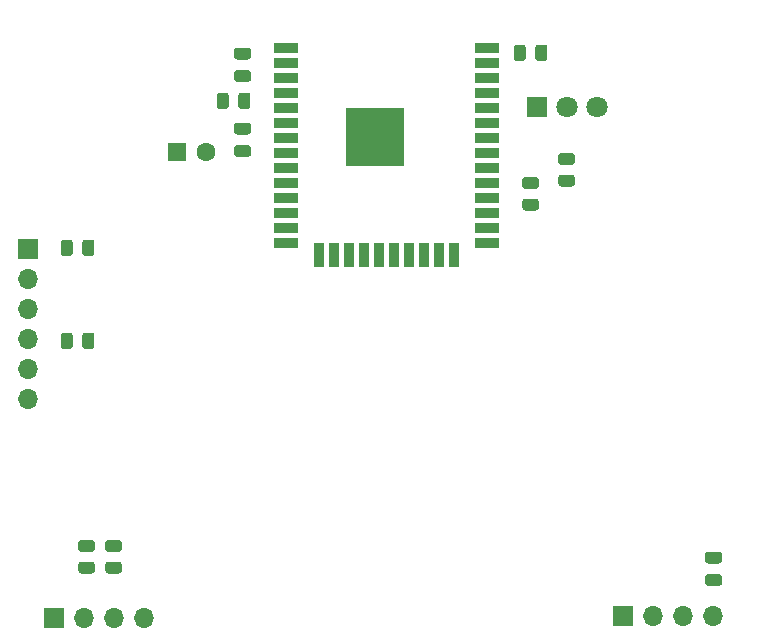
<source format=gbr>
%TF.GenerationSoftware,KiCad,Pcbnew,5.1.9+dfsg1-1*%
%TF.CreationDate,2021-05-25T15:42:46+02:00*%
%TF.ProjectId,vscp-din-wireless-esp32,76736370-2d64-4696-9e2d-776972656c65,rev?*%
%TF.SameCoordinates,Original*%
%TF.FileFunction,Soldermask,Top*%
%TF.FilePolarity,Negative*%
%FSLAX46Y46*%
G04 Gerber Fmt 4.6, Leading zero omitted, Abs format (unit mm)*
G04 Created by KiCad (PCBNEW 5.1.9+dfsg1-1) date 2021-05-25 15:42:46*
%MOMM*%
%LPD*%
G01*
G04 APERTURE LIST*
%ADD10C,1.800000*%
%ADD11R,1.800000X1.800000*%
%ADD12R,2.000000X0.900000*%
%ADD13R,0.900000X2.000000*%
%ADD14R,5.000000X5.000000*%
%ADD15C,1.600000*%
%ADD16R,1.600000X1.600000*%
%ADD17O,1.700000X1.700000*%
%ADD18R,1.700000X1.700000*%
G04 APERTURE END LIST*
%TO.C,R2*%
G36*
G01*
X164026001Y-59290000D02*
X163125999Y-59290000D01*
G75*
G02*
X162876000Y-59040001I0J249999D01*
G01*
X162876000Y-58514999D01*
G75*
G02*
X163125999Y-58265000I249999J0D01*
G01*
X164026001Y-58265000D01*
G75*
G02*
X164276000Y-58514999I0J-249999D01*
G01*
X164276000Y-59040001D01*
G75*
G02*
X164026001Y-59290000I-249999J0D01*
G01*
G37*
G36*
G01*
X164026001Y-61115000D02*
X163125999Y-61115000D01*
G75*
G02*
X162876000Y-60865001I0J249999D01*
G01*
X162876000Y-60339999D01*
G75*
G02*
X163125999Y-60090000I249999J0D01*
G01*
X164026001Y-60090000D01*
G75*
G02*
X164276000Y-60339999I0J-249999D01*
G01*
X164276000Y-60865001D01*
G75*
G02*
X164026001Y-61115000I-249999J0D01*
G01*
G37*
%TD*%
D10*
%TO.C,D1*%
X166116000Y-54356000D03*
X163576000Y-54356000D03*
D11*
X161036000Y-54356000D03*
%TD*%
D12*
%TO.C,U1*%
X156820000Y-49396000D03*
X156820000Y-50666000D03*
X156820000Y-51936000D03*
X156820000Y-53206000D03*
X156820000Y-54476000D03*
X156820000Y-55746000D03*
X156820000Y-57016000D03*
X156820000Y-58286000D03*
X156820000Y-59556000D03*
X156820000Y-60826000D03*
X156820000Y-62096000D03*
X156820000Y-63366000D03*
X156820000Y-64636000D03*
X156820000Y-65906000D03*
D13*
X154035000Y-66906000D03*
X152765000Y-66906000D03*
X151495000Y-66906000D03*
X150225000Y-66906000D03*
X148955000Y-66906000D03*
X147685000Y-66906000D03*
X146415000Y-66906000D03*
X145145000Y-66906000D03*
X143875000Y-66906000D03*
X142605000Y-66906000D03*
D12*
X139820000Y-65906000D03*
X139820000Y-64636000D03*
X139820000Y-63366000D03*
X139820000Y-62096000D03*
X139820000Y-60826000D03*
X139820000Y-59556000D03*
X139820000Y-58286000D03*
X139820000Y-57016000D03*
X139820000Y-55746000D03*
X139820000Y-54476000D03*
X139820000Y-53206000D03*
X139820000Y-51936000D03*
X139820000Y-50666000D03*
X139820000Y-49396000D03*
D14*
X147320000Y-56896000D03*
%TD*%
%TO.C,R6*%
G36*
G01*
X160928000Y-50234001D02*
X160928000Y-49333999D01*
G75*
G02*
X161177999Y-49084000I249999J0D01*
G01*
X161703001Y-49084000D01*
G75*
G02*
X161953000Y-49333999I0J-249999D01*
G01*
X161953000Y-50234001D01*
G75*
G02*
X161703001Y-50484000I-249999J0D01*
G01*
X161177999Y-50484000D01*
G75*
G02*
X160928000Y-50234001I0J249999D01*
G01*
G37*
G36*
G01*
X159103000Y-50234001D02*
X159103000Y-49333999D01*
G75*
G02*
X159352999Y-49084000I249999J0D01*
G01*
X159878001Y-49084000D01*
G75*
G02*
X160128000Y-49333999I0J-249999D01*
G01*
X160128000Y-50234001D01*
G75*
G02*
X159878001Y-50484000I-249999J0D01*
G01*
X159352999Y-50484000D01*
G75*
G02*
X159103000Y-50234001I0J249999D01*
G01*
G37*
%TD*%
%TO.C,R8*%
G36*
G01*
X125672001Y-92056000D02*
X124771999Y-92056000D01*
G75*
G02*
X124522000Y-91806001I0J249999D01*
G01*
X124522000Y-91280999D01*
G75*
G02*
X124771999Y-91031000I249999J0D01*
G01*
X125672001Y-91031000D01*
G75*
G02*
X125922000Y-91280999I0J-249999D01*
G01*
X125922000Y-91806001D01*
G75*
G02*
X125672001Y-92056000I-249999J0D01*
G01*
G37*
G36*
G01*
X125672001Y-93881000D02*
X124771999Y-93881000D01*
G75*
G02*
X124522000Y-93631001I0J249999D01*
G01*
X124522000Y-93105999D01*
G75*
G02*
X124771999Y-92856000I249999J0D01*
G01*
X125672001Y-92856000D01*
G75*
G02*
X125922000Y-93105999I0J-249999D01*
G01*
X125922000Y-93631001D01*
G75*
G02*
X125672001Y-93881000I-249999J0D01*
G01*
G37*
%TD*%
%TO.C,R7*%
G36*
G01*
X123386001Y-92056000D02*
X122485999Y-92056000D01*
G75*
G02*
X122236000Y-91806001I0J249999D01*
G01*
X122236000Y-91280999D01*
G75*
G02*
X122485999Y-91031000I249999J0D01*
G01*
X123386001Y-91031000D01*
G75*
G02*
X123636000Y-91280999I0J-249999D01*
G01*
X123636000Y-91806001D01*
G75*
G02*
X123386001Y-92056000I-249999J0D01*
G01*
G37*
G36*
G01*
X123386001Y-93881000D02*
X122485999Y-93881000D01*
G75*
G02*
X122236000Y-93631001I0J249999D01*
G01*
X122236000Y-93105999D01*
G75*
G02*
X122485999Y-92856000I249999J0D01*
G01*
X123386001Y-92856000D01*
G75*
G02*
X123636000Y-93105999I0J-249999D01*
G01*
X123636000Y-93631001D01*
G75*
G02*
X123386001Y-93881000I-249999J0D01*
G01*
G37*
%TD*%
%TO.C,R4*%
G36*
G01*
X135782000Y-54298001D02*
X135782000Y-53397999D01*
G75*
G02*
X136031999Y-53148000I249999J0D01*
G01*
X136557001Y-53148000D01*
G75*
G02*
X136807000Y-53397999I0J-249999D01*
G01*
X136807000Y-54298001D01*
G75*
G02*
X136557001Y-54548000I-249999J0D01*
G01*
X136031999Y-54548000D01*
G75*
G02*
X135782000Y-54298001I0J249999D01*
G01*
G37*
G36*
G01*
X133957000Y-54298001D02*
X133957000Y-53397999D01*
G75*
G02*
X134206999Y-53148000I249999J0D01*
G01*
X134732001Y-53148000D01*
G75*
G02*
X134982000Y-53397999I0J-249999D01*
G01*
X134982000Y-54298001D01*
G75*
G02*
X134732001Y-54548000I-249999J0D01*
G01*
X134206999Y-54548000D01*
G75*
G02*
X133957000Y-54298001I0J249999D01*
G01*
G37*
%TD*%
%TO.C,R5*%
G36*
G01*
X121774000Y-65843999D02*
X121774000Y-66744001D01*
G75*
G02*
X121524001Y-66994000I-249999J0D01*
G01*
X120998999Y-66994000D01*
G75*
G02*
X120749000Y-66744001I0J249999D01*
G01*
X120749000Y-65843999D01*
G75*
G02*
X120998999Y-65594000I249999J0D01*
G01*
X121524001Y-65594000D01*
G75*
G02*
X121774000Y-65843999I0J-249999D01*
G01*
G37*
G36*
G01*
X123599000Y-65843999D02*
X123599000Y-66744001D01*
G75*
G02*
X123349001Y-66994000I-249999J0D01*
G01*
X122823999Y-66994000D01*
G75*
G02*
X122574000Y-66744001I0J249999D01*
G01*
X122574000Y-65843999D01*
G75*
G02*
X122823999Y-65594000I249999J0D01*
G01*
X123349001Y-65594000D01*
G75*
G02*
X123599000Y-65843999I0J-249999D01*
G01*
G37*
%TD*%
%TO.C,R3*%
G36*
G01*
X122574000Y-74618001D02*
X122574000Y-73717999D01*
G75*
G02*
X122823999Y-73468000I249999J0D01*
G01*
X123349001Y-73468000D01*
G75*
G02*
X123599000Y-73717999I0J-249999D01*
G01*
X123599000Y-74618001D01*
G75*
G02*
X123349001Y-74868000I-249999J0D01*
G01*
X122823999Y-74868000D01*
G75*
G02*
X122574000Y-74618001I0J249999D01*
G01*
G37*
G36*
G01*
X120749000Y-74618001D02*
X120749000Y-73717999D01*
G75*
G02*
X120998999Y-73468000I249999J0D01*
G01*
X121524001Y-73468000D01*
G75*
G02*
X121774000Y-73717999I0J-249999D01*
G01*
X121774000Y-74618001D01*
G75*
G02*
X121524001Y-74868000I-249999J0D01*
G01*
X120998999Y-74868000D01*
G75*
G02*
X120749000Y-74618001I0J249999D01*
G01*
G37*
%TD*%
%TO.C,R1*%
G36*
G01*
X160978001Y-61322000D02*
X160077999Y-61322000D01*
G75*
G02*
X159828000Y-61072001I0J249999D01*
G01*
X159828000Y-60546999D01*
G75*
G02*
X160077999Y-60297000I249999J0D01*
G01*
X160978001Y-60297000D01*
G75*
G02*
X161228000Y-60546999I0J-249999D01*
G01*
X161228000Y-61072001D01*
G75*
G02*
X160978001Y-61322000I-249999J0D01*
G01*
G37*
G36*
G01*
X160978001Y-63147000D02*
X160077999Y-63147000D01*
G75*
G02*
X159828000Y-62897001I0J249999D01*
G01*
X159828000Y-62371999D01*
G75*
G02*
X160077999Y-62122000I249999J0D01*
G01*
X160978001Y-62122000D01*
G75*
G02*
X161228000Y-62371999I0J-249999D01*
G01*
X161228000Y-62897001D01*
G75*
G02*
X160978001Y-63147000I-249999J0D01*
G01*
G37*
%TD*%
%TO.C,C4*%
G36*
G01*
X176497000Y-93022000D02*
X175547000Y-93022000D01*
G75*
G02*
X175297000Y-92772000I0J250000D01*
G01*
X175297000Y-92272000D01*
G75*
G02*
X175547000Y-92022000I250000J0D01*
G01*
X176497000Y-92022000D01*
G75*
G02*
X176747000Y-92272000I0J-250000D01*
G01*
X176747000Y-92772000D01*
G75*
G02*
X176497000Y-93022000I-250000J0D01*
G01*
G37*
G36*
G01*
X176497000Y-94922000D02*
X175547000Y-94922000D01*
G75*
G02*
X175297000Y-94672000I0J250000D01*
G01*
X175297000Y-94172000D01*
G75*
G02*
X175547000Y-93922000I250000J0D01*
G01*
X176497000Y-93922000D01*
G75*
G02*
X176747000Y-94172000I0J-250000D01*
G01*
X176747000Y-94672000D01*
G75*
G02*
X176497000Y-94922000I-250000J0D01*
G01*
G37*
%TD*%
%TO.C,C1*%
G36*
G01*
X136619000Y-50350000D02*
X135669000Y-50350000D01*
G75*
G02*
X135419000Y-50100000I0J250000D01*
G01*
X135419000Y-49600000D01*
G75*
G02*
X135669000Y-49350000I250000J0D01*
G01*
X136619000Y-49350000D01*
G75*
G02*
X136869000Y-49600000I0J-250000D01*
G01*
X136869000Y-50100000D01*
G75*
G02*
X136619000Y-50350000I-250000J0D01*
G01*
G37*
G36*
G01*
X136619000Y-52250000D02*
X135669000Y-52250000D01*
G75*
G02*
X135419000Y-52000000I0J250000D01*
G01*
X135419000Y-51500000D01*
G75*
G02*
X135669000Y-51250000I250000J0D01*
G01*
X136619000Y-51250000D01*
G75*
G02*
X136869000Y-51500000I0J-250000D01*
G01*
X136869000Y-52000000D01*
G75*
G02*
X136619000Y-52250000I-250000J0D01*
G01*
G37*
%TD*%
%TO.C,C3*%
G36*
G01*
X135669000Y-57600000D02*
X136619000Y-57600000D01*
G75*
G02*
X136869000Y-57850000I0J-250000D01*
G01*
X136869000Y-58350000D01*
G75*
G02*
X136619000Y-58600000I-250000J0D01*
G01*
X135669000Y-58600000D01*
G75*
G02*
X135419000Y-58350000I0J250000D01*
G01*
X135419000Y-57850000D01*
G75*
G02*
X135669000Y-57600000I250000J0D01*
G01*
G37*
G36*
G01*
X135669000Y-55700000D02*
X136619000Y-55700000D01*
G75*
G02*
X136869000Y-55950000I0J-250000D01*
G01*
X136869000Y-56450000D01*
G75*
G02*
X136619000Y-56700000I-250000J0D01*
G01*
X135669000Y-56700000D01*
G75*
G02*
X135419000Y-56450000I0J250000D01*
G01*
X135419000Y-55950000D01*
G75*
G02*
X135669000Y-55700000I250000J0D01*
G01*
G37*
%TD*%
D15*
%TO.C,C2*%
X133056000Y-58166000D03*
D16*
X130556000Y-58166000D03*
%TD*%
D17*
%TO.C,J1*%
X127820000Y-97600000D03*
X125280000Y-97600000D03*
X122740000Y-97600000D03*
D18*
X120200000Y-97600000D03*
%TD*%
D17*
%TO.C,J2*%
X176000000Y-97500000D03*
X173460000Y-97500000D03*
X170920000Y-97500000D03*
D18*
X168380000Y-97500000D03*
%TD*%
D17*
%TO.C,J3*%
X118010600Y-79095000D03*
X118010600Y-76555000D03*
X118010600Y-74015000D03*
X118010600Y-71475000D03*
X118010600Y-68935000D03*
D18*
X118010600Y-66395000D03*
%TD*%
M02*

</source>
